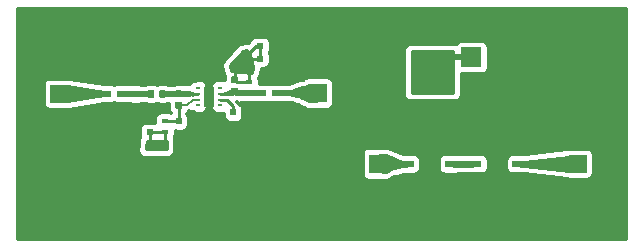
<source format=gtl>
G04 #@! TF.GenerationSoftware,KiCad,Pcbnew,(5.0.1)-4*
G04 #@! TF.CreationDate,2019-05-20T12:59:14-07:00*
G04 #@! TF.ProjectId,Tripler_circuit,547269706C65725F636972637569742E,rev?*
G04 #@! TF.SameCoordinates,Original*
G04 #@! TF.FileFunction,Copper,L1,Top,Signal*
G04 #@! TF.FilePolarity,Positive*
%FSLAX46Y46*%
G04 Gerber Fmt 4.6, Leading zero omitted, Abs format (unit mm)*
G04 Created by KiCad (PCBNEW (5.0.1)-4) date 5/20/2019 12:59:14 PM*
%MOMM*%
%LPD*%
G01*
G04 APERTURE LIST*
G04 #@! TA.AperFunction,ComponentPad*
%ADD10R,1.700000X1.700000*%
G04 #@! TD*
G04 #@! TA.AperFunction,ComponentPad*
%ADD11O,1.700000X1.700000*%
G04 #@! TD*
G04 #@! TA.AperFunction,ViaPad*
%ADD12C,0.350000*%
G04 #@! TD*
G04 #@! TA.AperFunction,SMDPad,CuDef*
%ADD13R,0.900000X1.700000*%
G04 #@! TD*
G04 #@! TA.AperFunction,SMDPad,CuDef*
%ADD14R,0.450000X0.250000*%
G04 #@! TD*
G04 #@! TA.AperFunction,SMDPad,CuDef*
%ADD15R,1.900000X1.900000*%
G04 #@! TD*
G04 #@! TA.AperFunction,SMDPad,CuDef*
%ADD16R,1.500000X1.500000*%
G04 #@! TD*
G04 #@! TA.AperFunction,SMDPad,CuDef*
%ADD17R,1.520000X1.650000*%
G04 #@! TD*
G04 #@! TA.AperFunction,ViaPad*
%ADD18C,0.600000*%
G04 #@! TD*
G04 #@! TA.AperFunction,SMDPad,CuDef*
%ADD19R,0.990000X0.610000*%
G04 #@! TD*
G04 #@! TA.AperFunction,SMDPad,CuDef*
%ADD20R,1.750000X0.990000*%
G04 #@! TD*
G04 #@! TA.AperFunction,ComponentPad*
%ADD21C,0.600000*%
G04 #@! TD*
G04 #@! TA.AperFunction,Conductor*
%ADD22C,0.200000*%
G04 #@! TD*
G04 #@! TA.AperFunction,SMDPad,CuDef*
%ADD23C,0.590000*%
G04 #@! TD*
G04 #@! TA.AperFunction,SMDPad,CuDef*
%ADD24R,0.600000X0.400000*%
G04 #@! TD*
G04 #@! TA.AperFunction,SMDPad,CuDef*
%ADD25R,0.600000X0.500000*%
G04 #@! TD*
G04 #@! TA.AperFunction,SMDPad,CuDef*
%ADD26R,0.500000X0.600000*%
G04 #@! TD*
G04 #@! TA.AperFunction,ViaPad*
%ADD27C,0.800000*%
G04 #@! TD*
G04 #@! TA.AperFunction,Conductor*
%ADD28C,0.522000*%
G04 #@! TD*
G04 #@! TA.AperFunction,Conductor*
%ADD29C,0.250000*%
G04 #@! TD*
G04 #@! TA.AperFunction,Conductor*
%ADD30C,0.500000*%
G04 #@! TD*
G04 #@! TA.AperFunction,Conductor*
%ADD31C,0.254000*%
G04 #@! TD*
G04 APERTURE END LIST*
D10*
G04 #@! TO.P,J1,1*
G04 #@! TO.N,+5V*
X138684000Y-86360000D03*
D11*
G04 #@! TO.P,J1,2*
G04 #@! TO.N,GND*
X141224000Y-86360000D03*
G04 #@! TD*
D12*
G04 #@! TO.N,GND*
G04 #@! TO.C,U2*
X116675000Y-89700000D03*
X116225000Y-89700000D03*
X116675000Y-90450000D03*
X116225000Y-90450000D03*
X116225000Y-90075000D03*
X116675000Y-90075000D03*
X116675000Y-89325000D03*
X116675000Y-88950000D03*
X116225000Y-89325000D03*
X116225000Y-88950000D03*
D13*
G04 #@! TD*
G04 #@! TO.P,U2,9*
G04 #@! TO.N,GND*
X116450000Y-89700000D03*
D14*
G04 #@! TO.P,U2,8*
G04 #@! TO.N,Net-(U2-Pad8)*
X117375000Y-88950000D03*
G04 #@! TO.P,U2,7*
G04 #@! TO.N,Net-(C8-Pad1)*
X117375000Y-89450000D03*
G04 #@! TO.P,U2,6*
G04 #@! TO.N,Net-(C4-Pad2)*
X117375000Y-89950000D03*
G04 #@! TO.P,U2,5*
G04 #@! TO.N,Net-(U2-Pad5)*
X117375000Y-90450000D03*
G04 #@! TO.P,U2,4*
G04 #@! TO.N,Net-(U2-Pad4)*
X115525000Y-90450000D03*
G04 #@! TO.P,U2,3*
G04 #@! TO.N,Net-(C3-Pad2)*
X115525000Y-89950000D03*
G04 #@! TO.P,U2,2*
G04 #@! TO.N,Net-(L1-Pad1)*
X115525000Y-89450000D03*
G04 #@! TO.P,U2,1*
G04 #@! TO.N,Net-(U2-Pad1)*
X115525000Y-88950000D03*
G04 #@! TD*
D15*
G04 #@! TO.P,CON1,2*
G04 #@! TO.N,GND*
X106125000Y-87075000D03*
X106125000Y-91825000D03*
X101375000Y-91825000D03*
X101375000Y-87075000D03*
D16*
G04 #@! TO.P,CON1,1*
G04 #@! TO.N,Net-(C1-Pad2)*
X103750000Y-89450000D03*
G04 #@! TD*
G04 #@! TO.P,CON2,1*
G04 #@! TO.N,Net-(CON2-Pad1)*
X147700000Y-95380000D03*
D15*
G04 #@! TO.P,CON2,2*
G04 #@! TO.N,GND*
X145325000Y-93005000D03*
X145325000Y-97755000D03*
X150075000Y-97755000D03*
X150075000Y-93005000D03*
G04 #@! TD*
D17*
G04 #@! TO.P,U1,1*
G04 #@! TO.N,/Amp_out*
X125685000Y-89405000D03*
G04 #@! TO.P,U1,2*
G04 #@! TO.N,GND*
X128225000Y-89405000D03*
G04 #@! TO.P,U1,3*
X130765000Y-89405000D03*
G04 #@! TO.P,U1,4*
G04 #@! TO.N,Net-(U1-Pad4)*
X130765000Y-95375000D03*
G04 #@! TO.P,U1,5*
G04 #@! TO.N,GND*
X128225000Y-95375000D03*
G04 #@! TO.P,U1,6*
X125685000Y-95375000D03*
D18*
G04 #@! TD*
G04 #@! TO.N,GND*
G04 #@! TO.C,U1*
X128225000Y-90890000D03*
G04 #@! TO.N,GND*
G04 #@! TO.C,U1*
X129495000Y-90890000D03*
X130765000Y-90890000D03*
X130765000Y-92390000D03*
X129495000Y-92390000D03*
X128225000Y-92390000D03*
X126955000Y-92390000D03*
X125685000Y-92390000D03*
X125685000Y-93890000D03*
X126955000Y-93890000D03*
X128225000Y-93890000D03*
G04 #@! TD*
D19*
G04 #@! TO.P,U3,1*
G04 #@! TO.N,Net-(U1-Pad4)*
X133315000Y-95380000D03*
D20*
G04 #@! TO.P,U3,2*
G04 #@! TO.N,GND*
X135130000Y-96395000D03*
D19*
G04 #@! TO.P,U3,3*
G04 #@! TO.N,Net-(U3-Pad3)*
X136945000Y-95380000D03*
D20*
G04 #@! TO.P,U3,4*
G04 #@! TO.N,GND*
X135130000Y-94365000D03*
D21*
G04 #@! TO.P,U3,2*
X134560000Y-96580000D03*
X135700000Y-96580000D03*
G04 #@! TO.P,U3,4*
X134560000Y-94180000D03*
X135700000Y-94180000D03*
G04 #@! TD*
G04 #@! TO.P,U5,4*
G04 #@! TO.N,GND*
X141420000Y-94170000D03*
X140280000Y-94170000D03*
G04 #@! TO.P,U5,2*
X141420000Y-96570000D03*
X140280000Y-96570000D03*
D20*
G04 #@! TO.P,U5,4*
X140850000Y-94355000D03*
D19*
G04 #@! TO.P,U5,3*
G04 #@! TO.N,Net-(CON2-Pad1)*
X142665000Y-95370000D03*
D20*
G04 #@! TO.P,U5,2*
G04 #@! TO.N,GND*
X140850000Y-96385000D03*
D19*
G04 #@! TO.P,U5,1*
G04 #@! TO.N,Net-(U3-Pad3)*
X139035000Y-95370000D03*
G04 #@! TD*
D22*
G04 #@! TO.N,Net-(L1-Pad1)*
G04 #@! TO.C,L1*
G36*
X112696958Y-89155710D02*
X112711276Y-89157834D01*
X112725317Y-89161351D01*
X112738946Y-89166228D01*
X112752031Y-89172417D01*
X112764447Y-89179858D01*
X112776073Y-89188481D01*
X112786798Y-89198202D01*
X112796519Y-89208927D01*
X112805142Y-89220553D01*
X112812583Y-89232969D01*
X112818772Y-89246054D01*
X112823649Y-89259683D01*
X112827166Y-89273724D01*
X112829290Y-89288042D01*
X112830000Y-89302500D01*
X112830000Y-89647500D01*
X112829290Y-89661958D01*
X112827166Y-89676276D01*
X112823649Y-89690317D01*
X112818772Y-89703946D01*
X112812583Y-89717031D01*
X112805142Y-89729447D01*
X112796519Y-89741073D01*
X112786798Y-89751798D01*
X112776073Y-89761519D01*
X112764447Y-89770142D01*
X112752031Y-89777583D01*
X112738946Y-89783772D01*
X112725317Y-89788649D01*
X112711276Y-89792166D01*
X112696958Y-89794290D01*
X112682500Y-89795000D01*
X112387500Y-89795000D01*
X112373042Y-89794290D01*
X112358724Y-89792166D01*
X112344683Y-89788649D01*
X112331054Y-89783772D01*
X112317969Y-89777583D01*
X112305553Y-89770142D01*
X112293927Y-89761519D01*
X112283202Y-89751798D01*
X112273481Y-89741073D01*
X112264858Y-89729447D01*
X112257417Y-89717031D01*
X112251228Y-89703946D01*
X112246351Y-89690317D01*
X112242834Y-89676276D01*
X112240710Y-89661958D01*
X112240000Y-89647500D01*
X112240000Y-89302500D01*
X112240710Y-89288042D01*
X112242834Y-89273724D01*
X112246351Y-89259683D01*
X112251228Y-89246054D01*
X112257417Y-89232969D01*
X112264858Y-89220553D01*
X112273481Y-89208927D01*
X112283202Y-89198202D01*
X112293927Y-89188481D01*
X112305553Y-89179858D01*
X112317969Y-89172417D01*
X112331054Y-89166228D01*
X112344683Y-89161351D01*
X112358724Y-89157834D01*
X112373042Y-89155710D01*
X112387500Y-89155000D01*
X112682500Y-89155000D01*
X112696958Y-89155710D01*
X112696958Y-89155710D01*
G37*
D23*
G04 #@! TD*
G04 #@! TO.P,L1,1*
G04 #@! TO.N,Net-(L1-Pad1)*
X112535000Y-89475000D03*
D22*
G04 #@! TO.N,Net-(C1-Pad1)*
G04 #@! TO.C,L1*
G36*
X111726958Y-89155710D02*
X111741276Y-89157834D01*
X111755317Y-89161351D01*
X111768946Y-89166228D01*
X111782031Y-89172417D01*
X111794447Y-89179858D01*
X111806073Y-89188481D01*
X111816798Y-89198202D01*
X111826519Y-89208927D01*
X111835142Y-89220553D01*
X111842583Y-89232969D01*
X111848772Y-89246054D01*
X111853649Y-89259683D01*
X111857166Y-89273724D01*
X111859290Y-89288042D01*
X111860000Y-89302500D01*
X111860000Y-89647500D01*
X111859290Y-89661958D01*
X111857166Y-89676276D01*
X111853649Y-89690317D01*
X111848772Y-89703946D01*
X111842583Y-89717031D01*
X111835142Y-89729447D01*
X111826519Y-89741073D01*
X111816798Y-89751798D01*
X111806073Y-89761519D01*
X111794447Y-89770142D01*
X111782031Y-89777583D01*
X111768946Y-89783772D01*
X111755317Y-89788649D01*
X111741276Y-89792166D01*
X111726958Y-89794290D01*
X111712500Y-89795000D01*
X111417500Y-89795000D01*
X111403042Y-89794290D01*
X111388724Y-89792166D01*
X111374683Y-89788649D01*
X111361054Y-89783772D01*
X111347969Y-89777583D01*
X111335553Y-89770142D01*
X111323927Y-89761519D01*
X111313202Y-89751798D01*
X111303481Y-89741073D01*
X111294858Y-89729447D01*
X111287417Y-89717031D01*
X111281228Y-89703946D01*
X111276351Y-89690317D01*
X111272834Y-89676276D01*
X111270710Y-89661958D01*
X111270000Y-89647500D01*
X111270000Y-89302500D01*
X111270710Y-89288042D01*
X111272834Y-89273724D01*
X111276351Y-89259683D01*
X111281228Y-89246054D01*
X111287417Y-89232969D01*
X111294858Y-89220553D01*
X111303481Y-89208927D01*
X111313202Y-89198202D01*
X111323927Y-89188481D01*
X111335553Y-89179858D01*
X111347969Y-89172417D01*
X111361054Y-89166228D01*
X111374683Y-89161351D01*
X111388724Y-89157834D01*
X111403042Y-89155710D01*
X111417500Y-89155000D01*
X111712500Y-89155000D01*
X111726958Y-89155710D01*
X111726958Y-89155710D01*
G37*
D23*
G04 #@! TD*
G04 #@! TO.P,L1,2*
G04 #@! TO.N,Net-(C1-Pad1)*
X111565000Y-89475000D03*
D24*
G04 #@! TO.P,R2,2*
G04 #@! TO.N,Net-(C8-Pad1)*
X119850000Y-89400000D03*
G04 #@! TO.P,R2,1*
G04 #@! TO.N,+5V*
X119850000Y-88500000D03*
G04 #@! TD*
G04 #@! TO.P,R3,1*
G04 #@! TO.N,/Amp_out*
X123250000Y-89400000D03*
G04 #@! TO.P,R3,2*
G04 #@! TO.N,GND*
X123250000Y-90300000D03*
G04 #@! TD*
D25*
G04 #@! TO.P,C1,1*
G04 #@! TO.N,Net-(C1-Pad1)*
X108925000Y-89450000D03*
G04 #@! TO.P,C1,2*
G04 #@! TO.N,Net-(C1-Pad2)*
X107925000Y-89450000D03*
G04 #@! TD*
D26*
G04 #@! TO.P,C2,2*
G04 #@! TO.N,Net-(C1-Pad1)*
X110275000Y-89475000D03*
G04 #@! TO.P,C2,1*
G04 #@! TO.N,GND*
X110275000Y-90475000D03*
G04 #@! TD*
G04 #@! TO.P,C3,2*
G04 #@! TO.N,Net-(C3-Pad2)*
X113900000Y-91750000D03*
G04 #@! TO.P,C3,1*
G04 #@! TO.N,GND*
X113900000Y-92750000D03*
G04 #@! TD*
G04 #@! TO.P,C4,2*
G04 #@! TO.N,Net-(C4-Pad2)*
X118525000Y-91025000D03*
G04 #@! TO.P,C4,1*
G04 #@! TO.N,GND*
X118525000Y-92025000D03*
G04 #@! TD*
D25*
G04 #@! TO.P,C5,1*
G04 #@! TO.N,+5V*
X111450000Y-92675000D03*
G04 #@! TO.P,C5,2*
G04 #@! TO.N,GND*
X110450000Y-92675000D03*
G04 #@! TD*
G04 #@! TO.P,C6,1*
G04 #@! TO.N,+5V*
X120800000Y-86475000D03*
G04 #@! TO.P,C6,2*
G04 #@! TO.N,GND*
X121800000Y-86475000D03*
G04 #@! TD*
G04 #@! TO.P,C7,2*
G04 #@! TO.N,GND*
X121800000Y-85400000D03*
G04 #@! TO.P,C7,1*
G04 #@! TO.N,+5V*
X120800000Y-85400000D03*
G04 #@! TD*
G04 #@! TO.P,C8,1*
G04 #@! TO.N,Net-(C8-Pad1)*
X121050000Y-89400000D03*
G04 #@! TO.P,C8,2*
G04 #@! TO.N,/Amp_out*
X122050000Y-89400000D03*
G04 #@! TD*
D22*
G04 #@! TO.N,Net-(L1-Pad1)*
G04 #@! TO.C,L2*
G36*
X114086958Y-89170710D02*
X114101276Y-89172834D01*
X114115317Y-89176351D01*
X114128946Y-89181228D01*
X114142031Y-89187417D01*
X114154447Y-89194858D01*
X114166073Y-89203481D01*
X114176798Y-89213202D01*
X114186519Y-89223927D01*
X114195142Y-89235553D01*
X114202583Y-89247969D01*
X114208772Y-89261054D01*
X114213649Y-89274683D01*
X114217166Y-89288724D01*
X114219290Y-89303042D01*
X114220000Y-89317500D01*
X114220000Y-89612500D01*
X114219290Y-89626958D01*
X114217166Y-89641276D01*
X114213649Y-89655317D01*
X114208772Y-89668946D01*
X114202583Y-89682031D01*
X114195142Y-89694447D01*
X114186519Y-89706073D01*
X114176798Y-89716798D01*
X114166073Y-89726519D01*
X114154447Y-89735142D01*
X114142031Y-89742583D01*
X114128946Y-89748772D01*
X114115317Y-89753649D01*
X114101276Y-89757166D01*
X114086958Y-89759290D01*
X114072500Y-89760000D01*
X113727500Y-89760000D01*
X113713042Y-89759290D01*
X113698724Y-89757166D01*
X113684683Y-89753649D01*
X113671054Y-89748772D01*
X113657969Y-89742583D01*
X113645553Y-89735142D01*
X113633927Y-89726519D01*
X113623202Y-89716798D01*
X113613481Y-89706073D01*
X113604858Y-89694447D01*
X113597417Y-89682031D01*
X113591228Y-89668946D01*
X113586351Y-89655317D01*
X113582834Y-89641276D01*
X113580710Y-89626958D01*
X113580000Y-89612500D01*
X113580000Y-89317500D01*
X113580710Y-89303042D01*
X113582834Y-89288724D01*
X113586351Y-89274683D01*
X113591228Y-89261054D01*
X113597417Y-89247969D01*
X113604858Y-89235553D01*
X113613481Y-89223927D01*
X113623202Y-89213202D01*
X113633927Y-89203481D01*
X113645553Y-89194858D01*
X113657969Y-89187417D01*
X113671054Y-89181228D01*
X113684683Y-89176351D01*
X113698724Y-89172834D01*
X113713042Y-89170710D01*
X113727500Y-89170000D01*
X114072500Y-89170000D01*
X114086958Y-89170710D01*
X114086958Y-89170710D01*
G37*
D23*
G04 #@! TD*
G04 #@! TO.P,L2,2*
G04 #@! TO.N,Net-(L1-Pad1)*
X113900000Y-89465000D03*
D22*
G04 #@! TO.N,Net-(C3-Pad2)*
G04 #@! TO.C,L2*
G36*
X114086958Y-90140710D02*
X114101276Y-90142834D01*
X114115317Y-90146351D01*
X114128946Y-90151228D01*
X114142031Y-90157417D01*
X114154447Y-90164858D01*
X114166073Y-90173481D01*
X114176798Y-90183202D01*
X114186519Y-90193927D01*
X114195142Y-90205553D01*
X114202583Y-90217969D01*
X114208772Y-90231054D01*
X114213649Y-90244683D01*
X114217166Y-90258724D01*
X114219290Y-90273042D01*
X114220000Y-90287500D01*
X114220000Y-90582500D01*
X114219290Y-90596958D01*
X114217166Y-90611276D01*
X114213649Y-90625317D01*
X114208772Y-90638946D01*
X114202583Y-90652031D01*
X114195142Y-90664447D01*
X114186519Y-90676073D01*
X114176798Y-90686798D01*
X114166073Y-90696519D01*
X114154447Y-90705142D01*
X114142031Y-90712583D01*
X114128946Y-90718772D01*
X114115317Y-90723649D01*
X114101276Y-90727166D01*
X114086958Y-90729290D01*
X114072500Y-90730000D01*
X113727500Y-90730000D01*
X113713042Y-90729290D01*
X113698724Y-90727166D01*
X113684683Y-90723649D01*
X113671054Y-90718772D01*
X113657969Y-90712583D01*
X113645553Y-90705142D01*
X113633927Y-90696519D01*
X113623202Y-90686798D01*
X113613481Y-90676073D01*
X113604858Y-90664447D01*
X113597417Y-90652031D01*
X113591228Y-90638946D01*
X113586351Y-90625317D01*
X113582834Y-90611276D01*
X113580710Y-90596958D01*
X113580000Y-90582500D01*
X113580000Y-90287500D01*
X113580710Y-90273042D01*
X113582834Y-90258724D01*
X113586351Y-90244683D01*
X113591228Y-90231054D01*
X113597417Y-90217969D01*
X113604858Y-90205553D01*
X113613481Y-90193927D01*
X113623202Y-90183202D01*
X113633927Y-90173481D01*
X113645553Y-90164858D01*
X113657969Y-90157417D01*
X113671054Y-90151228D01*
X113684683Y-90146351D01*
X113698724Y-90142834D01*
X113713042Y-90140710D01*
X113727500Y-90140000D01*
X114072500Y-90140000D01*
X114086958Y-90140710D01*
X114086958Y-90140710D01*
G37*
D23*
G04 #@! TD*
G04 #@! TO.P,L2,1*
G04 #@! TO.N,Net-(C3-Pad2)*
X113900000Y-90435000D03*
D22*
G04 #@! TO.N,Net-(C8-Pad1)*
G04 #@! TO.C,L3*
G36*
X118836958Y-88965710D02*
X118851276Y-88967834D01*
X118865317Y-88971351D01*
X118878946Y-88976228D01*
X118892031Y-88982417D01*
X118904447Y-88989858D01*
X118916073Y-88998481D01*
X118926798Y-89008202D01*
X118936519Y-89018927D01*
X118945142Y-89030553D01*
X118952583Y-89042969D01*
X118958772Y-89056054D01*
X118963649Y-89069683D01*
X118967166Y-89083724D01*
X118969290Y-89098042D01*
X118970000Y-89112500D01*
X118970000Y-89407500D01*
X118969290Y-89421958D01*
X118967166Y-89436276D01*
X118963649Y-89450317D01*
X118958772Y-89463946D01*
X118952583Y-89477031D01*
X118945142Y-89489447D01*
X118936519Y-89501073D01*
X118926798Y-89511798D01*
X118916073Y-89521519D01*
X118904447Y-89530142D01*
X118892031Y-89537583D01*
X118878946Y-89543772D01*
X118865317Y-89548649D01*
X118851276Y-89552166D01*
X118836958Y-89554290D01*
X118822500Y-89555000D01*
X118477500Y-89555000D01*
X118463042Y-89554290D01*
X118448724Y-89552166D01*
X118434683Y-89548649D01*
X118421054Y-89543772D01*
X118407969Y-89537583D01*
X118395553Y-89530142D01*
X118383927Y-89521519D01*
X118373202Y-89511798D01*
X118363481Y-89501073D01*
X118354858Y-89489447D01*
X118347417Y-89477031D01*
X118341228Y-89463946D01*
X118336351Y-89450317D01*
X118332834Y-89436276D01*
X118330710Y-89421958D01*
X118330000Y-89407500D01*
X118330000Y-89112500D01*
X118330710Y-89098042D01*
X118332834Y-89083724D01*
X118336351Y-89069683D01*
X118341228Y-89056054D01*
X118347417Y-89042969D01*
X118354858Y-89030553D01*
X118363481Y-89018927D01*
X118373202Y-89008202D01*
X118383927Y-88998481D01*
X118395553Y-88989858D01*
X118407969Y-88982417D01*
X118421054Y-88976228D01*
X118434683Y-88971351D01*
X118448724Y-88967834D01*
X118463042Y-88965710D01*
X118477500Y-88965000D01*
X118822500Y-88965000D01*
X118836958Y-88965710D01*
X118836958Y-88965710D01*
G37*
D23*
G04 #@! TD*
G04 #@! TO.P,L3,1*
G04 #@! TO.N,Net-(C8-Pad1)*
X118650000Y-89260000D03*
D22*
G04 #@! TO.N,+5V*
G04 #@! TO.C,L3*
G36*
X118836958Y-87995710D02*
X118851276Y-87997834D01*
X118865317Y-88001351D01*
X118878946Y-88006228D01*
X118892031Y-88012417D01*
X118904447Y-88019858D01*
X118916073Y-88028481D01*
X118926798Y-88038202D01*
X118936519Y-88048927D01*
X118945142Y-88060553D01*
X118952583Y-88072969D01*
X118958772Y-88086054D01*
X118963649Y-88099683D01*
X118967166Y-88113724D01*
X118969290Y-88128042D01*
X118970000Y-88142500D01*
X118970000Y-88437500D01*
X118969290Y-88451958D01*
X118967166Y-88466276D01*
X118963649Y-88480317D01*
X118958772Y-88493946D01*
X118952583Y-88507031D01*
X118945142Y-88519447D01*
X118936519Y-88531073D01*
X118926798Y-88541798D01*
X118916073Y-88551519D01*
X118904447Y-88560142D01*
X118892031Y-88567583D01*
X118878946Y-88573772D01*
X118865317Y-88578649D01*
X118851276Y-88582166D01*
X118836958Y-88584290D01*
X118822500Y-88585000D01*
X118477500Y-88585000D01*
X118463042Y-88584290D01*
X118448724Y-88582166D01*
X118434683Y-88578649D01*
X118421054Y-88573772D01*
X118407969Y-88567583D01*
X118395553Y-88560142D01*
X118383927Y-88551519D01*
X118373202Y-88541798D01*
X118363481Y-88531073D01*
X118354858Y-88519447D01*
X118347417Y-88507031D01*
X118341228Y-88493946D01*
X118336351Y-88480317D01*
X118332834Y-88466276D01*
X118330710Y-88451958D01*
X118330000Y-88437500D01*
X118330000Y-88142500D01*
X118330710Y-88128042D01*
X118332834Y-88113724D01*
X118336351Y-88099683D01*
X118341228Y-88086054D01*
X118347417Y-88072969D01*
X118354858Y-88060553D01*
X118363481Y-88048927D01*
X118373202Y-88038202D01*
X118383927Y-88028481D01*
X118395553Y-88019858D01*
X118407969Y-88012417D01*
X118421054Y-88006228D01*
X118434683Y-88001351D01*
X118448724Y-87997834D01*
X118463042Y-87995710D01*
X118477500Y-87995000D01*
X118822500Y-87995000D01*
X118836958Y-87995710D01*
X118836958Y-87995710D01*
G37*
D23*
G04 #@! TD*
G04 #@! TO.P,L3,2*
G04 #@! TO.N,+5V*
X118650000Y-88290000D03*
D24*
G04 #@! TO.P,R1,2*
G04 #@! TO.N,+5V*
X112725000Y-92675000D03*
G04 #@! TO.P,R1,1*
G04 #@! TO.N,Net-(C3-Pad2)*
X112725000Y-91775000D03*
G04 #@! TD*
D27*
G04 #@! TO.N,+5V*
X136800000Y-86375000D03*
X135400000Y-86375000D03*
X135400000Y-87650000D03*
X136800000Y-87650000D03*
X136775000Y-89050000D03*
X135425000Y-89050000D03*
X134025000Y-89050000D03*
X134025000Y-87750000D03*
X134025000Y-86425000D03*
X111450000Y-93825000D03*
X112600000Y-93875000D03*
X119800000Y-87425000D03*
X118650000Y-87125000D03*
X119600000Y-86250000D03*
G04 #@! TO.N,GND*
X147600000Y-93050000D03*
X150100000Y-95450000D03*
X147625000Y-97675000D03*
X141900000Y-88975000D03*
X143175000Y-89000000D03*
X144475000Y-89050000D03*
X144500000Y-87750000D03*
X143225000Y-87700000D03*
X143225000Y-86375000D03*
X144525000Y-86400000D03*
X143825000Y-91350000D03*
X145150000Y-91275000D03*
X146500000Y-91325000D03*
X147875000Y-91350000D03*
X149200000Y-91300000D03*
X150575000Y-91300000D03*
X144175000Y-99400000D03*
X145200000Y-99450000D03*
X146475000Y-99475000D03*
X147925000Y-99475000D03*
X149250000Y-99500000D03*
X150600000Y-99475000D03*
X143625000Y-97950000D03*
X143600000Y-92975000D03*
X103675000Y-87075000D03*
X101375000Y-89450000D03*
X103650000Y-91775000D03*
X101375000Y-93650000D03*
X102650000Y-93650000D03*
X103900000Y-93675000D03*
X105175000Y-93675000D03*
X106350000Y-93725000D03*
X107625000Y-93750000D03*
X109000000Y-93200000D03*
X101375000Y-85200000D03*
X102775000Y-85200000D03*
X103950000Y-85200000D03*
X105175000Y-85200000D03*
X106350000Y-85200000D03*
X107500000Y-85450000D03*
X107500000Y-85450000D03*
D12*
X107625000Y-90575000D03*
X108100000Y-90575000D03*
X108625000Y-90575000D03*
X109175000Y-90575000D03*
X109475000Y-91075000D03*
X110075000Y-91325000D03*
X110675000Y-91350000D03*
X111150000Y-90975000D03*
X111525000Y-90600000D03*
X112150000Y-90625000D03*
X112800000Y-90625000D03*
X107700000Y-88425000D03*
X108300000Y-88425000D03*
X108975000Y-88425000D03*
X109625000Y-88425000D03*
X110250000Y-88425000D03*
X110900000Y-88425000D03*
X111525000Y-88425000D03*
X112200000Y-88425000D03*
X112825000Y-88425000D03*
X113525000Y-88425000D03*
X114225000Y-88425000D03*
X114850000Y-88350000D03*
X115475000Y-88125000D03*
X116075000Y-88125000D03*
X116675000Y-88125000D03*
X117350000Y-88150000D03*
X114775000Y-92650000D03*
X114775000Y-92075000D03*
X114775000Y-91500000D03*
X114775000Y-90900000D03*
X115400000Y-91200000D03*
X115975000Y-91225000D03*
X116600000Y-91225000D03*
X117175000Y-91225000D03*
X117750000Y-91275000D03*
X117750000Y-91950000D03*
X117750000Y-92450000D03*
X122325000Y-90350000D03*
X121775000Y-90350000D03*
X121150000Y-90375000D03*
X120525000Y-90375000D03*
X119925000Y-90400000D03*
X119325000Y-90400000D03*
X118850498Y-90124502D03*
X119325000Y-92025000D03*
X119325000Y-91250000D03*
X121250000Y-87350000D03*
X120950000Y-88325000D03*
X121750000Y-88325000D03*
X122400000Y-88325000D03*
X123075000Y-88300000D03*
X123900000Y-88275000D03*
X124625000Y-88050000D03*
X125300000Y-88025000D03*
X125975000Y-88025000D03*
X126700000Y-88050000D03*
X126700000Y-88050000D03*
X133625000Y-96400000D03*
X132750000Y-96400000D03*
X131950000Y-96625000D03*
X131000000Y-96900000D03*
X130250000Y-96900000D03*
X133625000Y-94300000D03*
X132725000Y-94225000D03*
X132025000Y-93975000D03*
X136725000Y-94250000D03*
X137450000Y-94300000D03*
X138125000Y-94325000D03*
X138825000Y-94350000D03*
X139475000Y-94125000D03*
X142325000Y-94275000D03*
X142975000Y-94400000D03*
X143825000Y-94425000D03*
X136700000Y-96425000D03*
X137375000Y-96425000D03*
X138100000Y-96450000D03*
X138825000Y-96450000D03*
X139475000Y-96675000D03*
X142400000Y-96450000D03*
X143100000Y-96375000D03*
X143925000Y-96300000D03*
X124075000Y-90425000D03*
X124575000Y-90850000D03*
D27*
X128225000Y-87625000D03*
X129600000Y-87650000D03*
X130900000Y-87675000D03*
X125675000Y-97175000D03*
X126975000Y-97200000D03*
X128350000Y-97225000D03*
X123600000Y-95375000D03*
X123550000Y-94025000D03*
X132675000Y-89850000D03*
X132675000Y-91350000D03*
X132725000Y-92675000D03*
X120600000Y-95725000D03*
X116775000Y-95775000D03*
X112150000Y-95850000D03*
X107050000Y-95825000D03*
X102525000Y-95800000D03*
X120650000Y-99600000D03*
X117000000Y-99600000D03*
X125025000Y-99550000D03*
X128575000Y-99650000D03*
X132225000Y-99700000D03*
X136275000Y-99800000D03*
X140425000Y-99850000D03*
X135125000Y-91350000D03*
X138075000Y-91500000D03*
X141200000Y-91525000D03*
X147900000Y-89125000D03*
X147875000Y-86675000D03*
X147800000Y-83725000D03*
X128425000Y-84225000D03*
X130825000Y-84325000D03*
X124900000Y-84325000D03*
X121775000Y-84225000D03*
X118375000Y-84250000D03*
X114450000Y-84250000D03*
X111250000Y-84300000D03*
G04 #@! TD*
D28*
G04 #@! TO.N,Net-(C1-Pad1)*
X110250000Y-89450000D02*
X110275000Y-89475000D01*
X108925000Y-89450000D02*
X110250000Y-89450000D01*
X110275000Y-89475000D02*
X111565000Y-89475000D01*
G04 #@! TO.N,Net-(C1-Pad2)*
X103750000Y-89450000D02*
X107925000Y-89450000D01*
D29*
G04 #@! TO.N,+5V*
X135400000Y-86375000D02*
X135400000Y-87650000D01*
X136800000Y-87650000D02*
X136800000Y-89025000D01*
X136800000Y-89025000D02*
X136775000Y-89050000D01*
X135425000Y-89050000D02*
X134025000Y-89050000D01*
X134025000Y-87750000D02*
X134025000Y-86425000D01*
X112725000Y-92675000D02*
X111450000Y-92675000D01*
X111450000Y-92675000D02*
X111450000Y-93825000D01*
X112725000Y-93750000D02*
X112600000Y-93875000D01*
X112725000Y-92675000D02*
X112725000Y-93750000D01*
X118860000Y-88500000D02*
X118650000Y-88290000D01*
X119850000Y-88500000D02*
X118860000Y-88500000D01*
X119850000Y-88500000D02*
X119850000Y-87475000D01*
X119850000Y-87475000D02*
X119800000Y-87425000D01*
X118650000Y-87125000D02*
X118725000Y-87125000D01*
X118725000Y-87125000D02*
X119600000Y-86250000D01*
X118650000Y-88290000D02*
X118650000Y-87125000D01*
X119825000Y-86475000D02*
X119600000Y-86250000D01*
X120800000Y-86475000D02*
X119825000Y-86475000D01*
X120450000Y-85400000D02*
X119600000Y-86250000D01*
X120800000Y-85400000D02*
X120450000Y-85400000D01*
X120800000Y-86475000D02*
X120800000Y-85400000D01*
D30*
X136815000Y-86360000D02*
X136800000Y-86375000D01*
X138684000Y-86360000D02*
X136815000Y-86360000D01*
D29*
G04 #@! TO.N,GND*
X145325000Y-93005000D02*
X147555000Y-93005000D01*
X147555000Y-93005000D02*
X147600000Y-93050000D01*
X147645000Y-93005000D02*
X147600000Y-93050000D01*
X150075000Y-93005000D02*
X147645000Y-93005000D01*
X150075000Y-97755000D02*
X150075000Y-95475000D01*
X150075000Y-95475000D02*
X150100000Y-95450000D01*
X150075000Y-95425000D02*
X150100000Y-95450000D01*
X150075000Y-93005000D02*
X150075000Y-95425000D01*
X150075000Y-97755000D02*
X147705000Y-97755000D01*
X147705000Y-97755000D02*
X147625000Y-97675000D01*
X147545000Y-97755000D02*
X147625000Y-97675000D01*
X145325000Y-97755000D02*
X147545000Y-97755000D01*
X141900000Y-88975000D02*
X143150000Y-88975000D01*
X143150000Y-88975000D02*
X143175000Y-89000000D01*
X144475000Y-89050000D02*
X144475000Y-87775000D01*
X144475000Y-87775000D02*
X144500000Y-87750000D01*
X143225000Y-87700000D02*
X143225000Y-86375000D01*
X144870000Y-91350000D02*
X143825000Y-91350000D01*
X145325000Y-93005000D02*
X145325000Y-91805000D01*
X145325000Y-91805000D02*
X144870000Y-91350000D01*
X145150000Y-91275000D02*
X146450000Y-91275000D01*
X146450000Y-91275000D02*
X146500000Y-91325000D01*
X147875000Y-91350000D02*
X149150000Y-91350000D01*
X149150000Y-91350000D02*
X149200000Y-91300000D01*
X150075000Y-91800000D02*
X150575000Y-91300000D01*
X150075000Y-93005000D02*
X150075000Y-91800000D01*
X144880000Y-99400000D02*
X144175000Y-99400000D01*
X145325000Y-97755000D02*
X145325000Y-98955000D01*
X145325000Y-98955000D02*
X144880000Y-99400000D01*
X145200000Y-99450000D02*
X146450000Y-99450000D01*
X146450000Y-99450000D02*
X146475000Y-99475000D01*
X147925000Y-99475000D02*
X149225000Y-99475000D01*
X149225000Y-99475000D02*
X149250000Y-99500000D01*
X150600000Y-98280000D02*
X150075000Y-97755000D01*
X150600000Y-99475000D02*
X150600000Y-98280000D01*
X144175000Y-99400000D02*
X144175000Y-98500000D01*
X144175000Y-98500000D02*
X143625000Y-97950000D01*
X101375000Y-87075000D02*
X103675000Y-87075000D01*
X106125000Y-87075000D02*
X103675000Y-87075000D01*
X101375000Y-87075000D02*
X101375000Y-89450000D01*
X101375000Y-91825000D02*
X101375000Y-89450000D01*
X101375000Y-91825000D02*
X103600000Y-91825000D01*
X103600000Y-91825000D02*
X103650000Y-91775000D01*
X103700000Y-91825000D02*
X103650000Y-91775000D01*
X106125000Y-91825000D02*
X103700000Y-91825000D01*
X101375000Y-91825000D02*
X101375000Y-93650000D01*
X102650000Y-93650000D02*
X103875000Y-93650000D01*
X103875000Y-93650000D02*
X103900000Y-93675000D01*
X105175000Y-93675000D02*
X106300000Y-93675000D01*
X106300000Y-93675000D02*
X106350000Y-93725000D01*
X107625000Y-93750000D02*
X108450000Y-93750000D01*
X108450000Y-93750000D02*
X109000000Y-93200000D01*
X109525000Y-92675000D02*
X109000000Y-93200000D01*
X110450000Y-92675000D02*
X109525000Y-92675000D01*
X101375000Y-87075000D02*
X101375000Y-85200000D01*
X102775000Y-85200000D02*
X103950000Y-85200000D01*
X105175000Y-85200000D02*
X106350000Y-85200000D01*
X107625000Y-91525000D02*
X107625000Y-90575000D01*
X106125000Y-91825000D02*
X107325000Y-91825000D01*
X107325000Y-91825000D02*
X107625000Y-91525000D01*
X108100000Y-90575000D02*
X108625000Y-90575000D01*
X109175000Y-90575000D02*
X109175000Y-90775000D01*
X109175000Y-90775000D02*
X109475000Y-91075000D01*
X110075000Y-91325000D02*
X110650000Y-91325000D01*
X110650000Y-91325000D02*
X110675000Y-91350000D01*
X111150000Y-90975000D02*
X111525000Y-90600000D01*
X112150000Y-90625000D02*
X112800000Y-90625000D01*
X110275000Y-91125000D02*
X110075000Y-91325000D01*
X110275000Y-90475000D02*
X110275000Y-91125000D01*
X106275000Y-88425000D02*
X107700000Y-88425000D01*
X106125000Y-87075000D02*
X106125000Y-88275000D01*
X106125000Y-88275000D02*
X106275000Y-88425000D01*
X108300000Y-88425000D02*
X108975000Y-88425000D01*
X109625000Y-88425000D02*
X110250000Y-88425000D01*
X110900000Y-88425000D02*
X111525000Y-88425000D01*
X112200000Y-88425000D02*
X112825000Y-88425000D01*
X113525000Y-88425000D02*
X114225000Y-88425000D01*
X114850000Y-88350000D02*
X115250000Y-88350000D01*
X115250000Y-88350000D02*
X115475000Y-88125000D01*
X116075000Y-88125000D02*
X116675000Y-88125000D01*
X116450000Y-88350000D02*
X116675000Y-88125000D01*
X116450000Y-89700000D02*
X116450000Y-88350000D01*
X113900000Y-92750000D02*
X114675000Y-92750000D01*
X114675000Y-92750000D02*
X114775000Y-92650000D01*
X114775000Y-92075000D02*
X114775000Y-91500000D01*
X114775000Y-90900000D02*
X115100000Y-90900000D01*
X115100000Y-90900000D02*
X115400000Y-91200000D01*
X115975000Y-91225000D02*
X116600000Y-91225000D01*
X117175000Y-91225000D02*
X117700000Y-91225000D01*
X117700000Y-91225000D02*
X117750000Y-91275000D01*
X117750000Y-91950000D02*
X117750000Y-92450000D01*
X117825000Y-92025000D02*
X117750000Y-91950000D01*
X118525000Y-92025000D02*
X117825000Y-92025000D01*
X123250000Y-90300000D02*
X122375000Y-90300000D01*
X122375000Y-90300000D02*
X122325000Y-90350000D01*
X121775000Y-90350000D02*
X121175000Y-90350000D01*
X121175000Y-90350000D02*
X121150000Y-90375000D01*
X120525000Y-90375000D02*
X119950000Y-90375000D01*
X119950000Y-90375000D02*
X119925000Y-90400000D01*
X119325000Y-90400000D02*
X119125996Y-90400000D01*
X119125996Y-90400000D02*
X118850498Y-90124502D01*
X118525000Y-92025000D02*
X119325000Y-92025000D01*
X119325000Y-91250000D02*
X119325000Y-90400000D01*
X121800000Y-86475000D02*
X121800000Y-86800000D01*
X121800000Y-86800000D02*
X121250000Y-87350000D01*
X120950000Y-88325000D02*
X121750000Y-88325000D01*
X122400000Y-88325000D02*
X123050000Y-88325000D01*
X123050000Y-88325000D02*
X123075000Y-88300000D01*
X123900000Y-88275000D02*
X124400000Y-88275000D01*
X124400000Y-88275000D02*
X124625000Y-88050000D01*
X125300000Y-88025000D02*
X125975000Y-88025000D01*
X135130000Y-96395000D02*
X133630000Y-96395000D01*
X133630000Y-96395000D02*
X133625000Y-96400000D01*
X132750000Y-96400000D02*
X132175000Y-96400000D01*
X132175000Y-96400000D02*
X131950000Y-96625000D01*
X131000000Y-96900000D02*
X130250000Y-96900000D01*
X133625000Y-94300000D02*
X132800000Y-94300000D01*
X132800000Y-94300000D02*
X132725000Y-94225000D01*
X135130000Y-94365000D02*
X136610000Y-94365000D01*
X136610000Y-94365000D02*
X136725000Y-94250000D01*
X137450000Y-94300000D02*
X138100000Y-94300000D01*
X138100000Y-94300000D02*
X138125000Y-94325000D01*
X138825000Y-94350000D02*
X139250000Y-94350000D01*
X139250000Y-94350000D02*
X139475000Y-94125000D01*
X142325000Y-94275000D02*
X142850000Y-94275000D01*
X142850000Y-94275000D02*
X142975000Y-94400000D01*
X135130000Y-96395000D02*
X136670000Y-96395000D01*
X136670000Y-96395000D02*
X136700000Y-96425000D01*
X137375000Y-96425000D02*
X138075000Y-96425000D01*
X138075000Y-96425000D02*
X138100000Y-96450000D01*
X138825000Y-96450000D02*
X139250000Y-96450000D01*
X139250000Y-96450000D02*
X139475000Y-96675000D01*
X142400000Y-96450000D02*
X143025000Y-96450000D01*
X143025000Y-96450000D02*
X143100000Y-96375000D01*
X123250000Y-90300000D02*
X123950000Y-90300000D01*
X123950000Y-90300000D02*
X124075000Y-90425000D01*
X128225000Y-89405000D02*
X128225000Y-87625000D01*
X129600000Y-87650000D02*
X130875000Y-87650000D01*
X130875000Y-87650000D02*
X130900000Y-87675000D01*
X130765000Y-87810000D02*
X130900000Y-87675000D01*
X130765000Y-89405000D02*
X130765000Y-87810000D01*
X125685000Y-95375000D02*
X125685000Y-97165000D01*
X125685000Y-97165000D02*
X125675000Y-97175000D01*
X126975000Y-97200000D02*
X128325000Y-97200000D01*
X128325000Y-97200000D02*
X128350000Y-97225000D01*
X128225000Y-97100000D02*
X128350000Y-97225000D01*
X128225000Y-95375000D02*
X128225000Y-97100000D01*
X125685000Y-95375000D02*
X123600000Y-95375000D01*
X130765000Y-89405000D02*
X132230000Y-89405000D01*
X132230000Y-89405000D02*
X132675000Y-89850000D01*
X132675000Y-91350000D02*
X132675000Y-92625000D01*
X132675000Y-92625000D02*
X132725000Y-92675000D01*
X120600000Y-95725000D02*
X116825000Y-95725000D01*
X116825000Y-95725000D02*
X116775000Y-95775000D01*
X112150000Y-95850000D02*
X107075000Y-95850000D01*
X107075000Y-95850000D02*
X107050000Y-95825000D01*
X125675000Y-97175000D02*
X123075000Y-97175000D01*
X123075000Y-97175000D02*
X120650000Y-99600000D01*
X120650000Y-99600000D02*
X124975000Y-99600000D01*
X124975000Y-99600000D02*
X125025000Y-99550000D01*
X128575000Y-99650000D02*
X132175000Y-99650000D01*
X132175000Y-99650000D02*
X132225000Y-99700000D01*
X136275000Y-99800000D02*
X140375000Y-99800000D01*
X140375000Y-99800000D02*
X140425000Y-99850000D01*
X135125000Y-91350000D02*
X137925000Y-91350000D01*
X137925000Y-91350000D02*
X138075000Y-91500000D01*
X147875000Y-91350000D02*
X147875000Y-89150000D01*
X147875000Y-89150000D02*
X147900000Y-89125000D01*
X147875000Y-86675000D02*
X147875000Y-83800000D01*
X147875000Y-83800000D02*
X147800000Y-83725000D01*
X128425000Y-84225000D02*
X130725000Y-84225000D01*
X130725000Y-84225000D02*
X130825000Y-84325000D01*
X124900000Y-84325000D02*
X121875000Y-84325000D01*
X121875000Y-84325000D02*
X121775000Y-84225000D01*
X121800000Y-84250000D02*
X121775000Y-84225000D01*
X121800000Y-85400000D02*
X121800000Y-84250000D01*
X121775000Y-84225000D02*
X118400000Y-84225000D01*
X118400000Y-84225000D02*
X118375000Y-84250000D01*
X114450000Y-84250000D02*
X111300000Y-84250000D01*
X111300000Y-84250000D02*
X111250000Y-84300000D01*
X132215000Y-90890000D02*
X132675000Y-91350000D01*
X130765000Y-90890000D02*
X132215000Y-90890000D01*
X143210000Y-86360000D02*
X143225000Y-86375000D01*
X141224000Y-86360000D02*
X143210000Y-86360000D01*
D28*
G04 #@! TO.N,Net-(CON2-Pad1)*
X147690000Y-95370000D02*
X147700000Y-95380000D01*
X142665000Y-95370000D02*
X147690000Y-95370000D01*
G04 #@! TO.N,Net-(U1-Pad4)*
X133310000Y-95375000D02*
X133315000Y-95380000D01*
X130765000Y-95375000D02*
X133310000Y-95375000D01*
G04 #@! TO.N,Net-(U3-Pad3)*
X139025000Y-95380000D02*
X139035000Y-95370000D01*
X136945000Y-95380000D02*
X139025000Y-95380000D01*
G04 #@! TO.N,/Amp_out*
X123255000Y-89405000D02*
X123250000Y-89400000D01*
X125685000Y-89405000D02*
X123255000Y-89405000D01*
X123250000Y-89400000D02*
X122050000Y-89400000D01*
D22*
G04 #@! TO.N,Net-(C3-Pad2)*
X114320000Y-90435000D02*
X113900000Y-90435000D01*
X114615000Y-90435000D02*
X114320000Y-90435000D01*
X115100000Y-89950000D02*
X114615000Y-90435000D01*
X115525000Y-89950000D02*
X115100000Y-89950000D01*
D29*
X113900000Y-90435000D02*
X113900000Y-91750000D01*
X112750000Y-91750000D02*
X112725000Y-91775000D01*
X113900000Y-91750000D02*
X112750000Y-91750000D01*
G04 #@! TO.N,Net-(C4-Pad2)*
X118525000Y-90475000D02*
X118525000Y-91025000D01*
X118000000Y-89950000D02*
X118525000Y-90475000D01*
X117375000Y-89950000D02*
X118000000Y-89950000D01*
G04 #@! TO.N,Net-(C8-Pad1)*
X118460000Y-89450000D02*
X118650000Y-89260000D01*
X117375000Y-89450000D02*
X118460000Y-89450000D01*
D28*
X121050000Y-89400000D02*
X119850000Y-89400000D01*
X118790000Y-89400000D02*
X118650000Y-89260000D01*
X119850000Y-89400000D02*
X118790000Y-89400000D01*
G04 #@! TO.N,Net-(L1-Pad1)*
X113890000Y-89475000D02*
X113900000Y-89465000D01*
X112535000Y-89475000D02*
X113890000Y-89475000D01*
X114335000Y-89450000D02*
X114875000Y-89450000D01*
X114320000Y-89465000D02*
X114335000Y-89450000D01*
X113900000Y-89465000D02*
X114320000Y-89465000D01*
D29*
X115525000Y-89450000D02*
X114875000Y-89450000D01*
G04 #@! TD*
D31*
G04 #@! TO.N,GND*
G36*
X151765000Y-101727000D02*
X100203000Y-101727000D01*
X100203000Y-88700000D01*
X102468794Y-88700000D01*
X102468794Y-90200000D01*
X102509230Y-90403284D01*
X102624381Y-90575619D01*
X102796716Y-90690770D01*
X103000000Y-90731206D01*
X104500000Y-90731206D01*
X104592292Y-90712848D01*
X107573549Y-90232000D01*
X108002019Y-90232000D01*
X108006011Y-90231206D01*
X108225000Y-90231206D01*
X108425000Y-90191423D01*
X108625000Y-90231206D01*
X108843989Y-90231206D01*
X108847981Y-90232000D01*
X109771176Y-90232000D01*
X109821716Y-90265770D01*
X110025000Y-90306206D01*
X110525000Y-90306206D01*
X110728284Y-90265770D01*
X110741409Y-90257000D01*
X111131515Y-90257000D01*
X111157770Y-90274543D01*
X111417500Y-90326206D01*
X111712500Y-90326206D01*
X111972230Y-90274543D01*
X112050000Y-90222579D01*
X112127770Y-90274543D01*
X112387500Y-90326206D01*
X112682500Y-90326206D01*
X112942230Y-90274543D01*
X112968485Y-90257000D01*
X113054861Y-90257000D01*
X113048794Y-90287500D01*
X113048794Y-90582500D01*
X113100457Y-90842230D01*
X113247582Y-91062418D01*
X113254000Y-91066707D01*
X113254001Y-91101413D01*
X113228284Y-91084230D01*
X113025000Y-91043794D01*
X112425000Y-91043794D01*
X112221716Y-91084230D01*
X112049381Y-91199381D01*
X111934230Y-91371716D01*
X111893794Y-91575000D01*
X111893794Y-91922397D01*
X111750000Y-91893794D01*
X111150000Y-91893794D01*
X110946716Y-91934230D01*
X110774381Y-92049381D01*
X110659230Y-92221716D01*
X110618794Y-92425000D01*
X110618794Y-92925000D01*
X110638273Y-93022927D01*
X110596583Y-93079774D01*
X110548248Y-93277228D01*
X110532687Y-93632900D01*
X110529000Y-93641802D01*
X110529000Y-93717182D01*
X110504498Y-94277228D01*
X110543659Y-94499378D01*
X110656597Y-94668403D01*
X110825622Y-94781341D01*
X111025000Y-94821000D01*
X113012500Y-94821000D01*
X113202341Y-94785182D01*
X113373561Y-94675601D01*
X113461118Y-94550000D01*
X129473794Y-94550000D01*
X129473794Y-96200000D01*
X129514230Y-96403284D01*
X129629381Y-96575619D01*
X129801716Y-96690770D01*
X130005000Y-96731206D01*
X131525000Y-96731206D01*
X131728284Y-96690770D01*
X131883205Y-96587255D01*
X132866484Y-96216206D01*
X133810000Y-96216206D01*
X134013284Y-96175770D01*
X134185619Y-96060619D01*
X134300770Y-95888284D01*
X134341206Y-95685000D01*
X134341206Y-95075000D01*
X135918794Y-95075000D01*
X135918794Y-95685000D01*
X135959230Y-95888284D01*
X136074381Y-96060619D01*
X136246716Y-96175770D01*
X136450000Y-96216206D01*
X137440000Y-96216206D01*
X137541582Y-96196000D01*
X138488691Y-96196000D01*
X138540000Y-96206206D01*
X139530000Y-96206206D01*
X139733284Y-96165770D01*
X139905619Y-96050619D01*
X140020770Y-95878284D01*
X140061206Y-95675000D01*
X140061206Y-95065000D01*
X141638794Y-95065000D01*
X141638794Y-95675000D01*
X141679230Y-95878284D01*
X141794381Y-96050619D01*
X141966716Y-96165770D01*
X142170000Y-96206206D01*
X143160000Y-96206206D01*
X143176958Y-96202833D01*
X146806317Y-96632625D01*
X146950000Y-96661206D01*
X148450000Y-96661206D01*
X148653284Y-96620770D01*
X148825619Y-96505619D01*
X148940770Y-96333284D01*
X148981206Y-96130000D01*
X148981206Y-94630000D01*
X148940770Y-94426716D01*
X148825619Y-94254381D01*
X148653284Y-94139230D01*
X148450000Y-94098794D01*
X146950000Y-94098794D01*
X146746716Y-94139230D01*
X146725302Y-94153538D01*
X143211251Y-94543989D01*
X143160000Y-94533794D01*
X142170000Y-94533794D01*
X141966716Y-94574230D01*
X141794381Y-94689381D01*
X141679230Y-94861716D01*
X141638794Y-95065000D01*
X140061206Y-95065000D01*
X140020770Y-94861716D01*
X139905619Y-94689381D01*
X139733284Y-94574230D01*
X139530000Y-94533794D01*
X138540000Y-94533794D01*
X138438418Y-94554000D01*
X137491309Y-94554000D01*
X137440000Y-94543794D01*
X136450000Y-94543794D01*
X136246716Y-94584230D01*
X136074381Y-94699381D01*
X135959230Y-94871716D01*
X135918794Y-95075000D01*
X134341206Y-95075000D01*
X134300770Y-94871716D01*
X134185619Y-94699381D01*
X134013284Y-94584230D01*
X133810000Y-94543794D01*
X132887320Y-94543794D01*
X131806401Y-94111427D01*
X131728284Y-94059230D01*
X131525000Y-94018794D01*
X130005000Y-94018794D01*
X129801716Y-94059230D01*
X129629381Y-94174381D01*
X129514230Y-94346716D01*
X129473794Y-94550000D01*
X113461118Y-94550000D01*
X113489813Y-94508838D01*
X113533399Y-94310281D01*
X113552149Y-93360281D01*
X113517513Y-93162946D01*
X113489169Y-93118094D01*
X113515770Y-93078284D01*
X113556206Y-92875000D01*
X113556206Y-92562549D01*
X113650000Y-92581206D01*
X114150000Y-92581206D01*
X114353284Y-92540770D01*
X114525619Y-92425619D01*
X114640770Y-92253284D01*
X114681206Y-92050000D01*
X114681206Y-91450000D01*
X114640770Y-91246716D01*
X114546000Y-91104883D01*
X114546000Y-91066706D01*
X114552418Y-91062418D01*
X114556370Y-91056503D01*
X114615000Y-91068166D01*
X114676161Y-91056000D01*
X114676162Y-91056000D01*
X114857302Y-91019969D01*
X114942736Y-90962884D01*
X115096716Y-91065770D01*
X115300000Y-91106206D01*
X115750000Y-91106206D01*
X115953284Y-91065770D01*
X116125619Y-90950619D01*
X116240770Y-90778284D01*
X116281206Y-90575000D01*
X116281206Y-90325000D01*
X116256342Y-90200000D01*
X116281206Y-90075000D01*
X116281206Y-89825000D01*
X116256342Y-89700000D01*
X116281206Y-89575000D01*
X116281206Y-89325000D01*
X116256342Y-89200000D01*
X116281206Y-89075000D01*
X116281206Y-88825000D01*
X116618794Y-88825000D01*
X116618794Y-89075000D01*
X116643658Y-89200000D01*
X116618794Y-89325000D01*
X116618794Y-89575000D01*
X116643658Y-89700000D01*
X116618794Y-89825000D01*
X116618794Y-90075000D01*
X116643658Y-90200000D01*
X116618794Y-90325000D01*
X116618794Y-90575000D01*
X116659230Y-90778284D01*
X116774381Y-90950619D01*
X116946716Y-91065770D01*
X117150000Y-91106206D01*
X117600000Y-91106206D01*
X117743794Y-91077603D01*
X117743794Y-91325000D01*
X117784230Y-91528284D01*
X117899381Y-91700619D01*
X118071716Y-91815770D01*
X118275000Y-91856206D01*
X118775000Y-91856206D01*
X118978284Y-91815770D01*
X119150619Y-91700619D01*
X119265770Y-91528284D01*
X119306206Y-91325000D01*
X119306206Y-90725000D01*
X119265770Y-90521716D01*
X119162080Y-90366533D01*
X119133518Y-90222944D01*
X119106160Y-90182000D01*
X121127019Y-90182000D01*
X121131011Y-90181206D01*
X121350000Y-90181206D01*
X121550000Y-90141423D01*
X121750000Y-90181206D01*
X121968989Y-90181206D01*
X121972981Y-90182000D01*
X123152844Y-90182000D01*
X123177981Y-90187000D01*
X123177985Y-90187000D01*
X123254999Y-90202319D01*
X123297338Y-90193897D01*
X123387001Y-90187000D01*
X123506235Y-90187000D01*
X124655402Y-90676460D01*
X124721716Y-90720770D01*
X124925000Y-90761206D01*
X126445000Y-90761206D01*
X126648284Y-90720770D01*
X126820619Y-90605619D01*
X126935770Y-90433284D01*
X126976206Y-90230000D01*
X126976206Y-88580000D01*
X126935770Y-88376716D01*
X126820619Y-88204381D01*
X126648284Y-88089230D01*
X126445000Y-88048794D01*
X124925000Y-88048794D01*
X124721716Y-88089230D01*
X124611775Y-88162691D01*
X123263579Y-88605382D01*
X123250000Y-88602681D01*
X123172986Y-88618000D01*
X121972981Y-88618000D01*
X121968989Y-88618794D01*
X121750000Y-88618794D01*
X121550000Y-88658577D01*
X121350000Y-88618794D01*
X121131011Y-88618794D01*
X121127019Y-88618000D01*
X120681206Y-88618000D01*
X120681206Y-88300000D01*
X120640770Y-88096716D01*
X120630630Y-88081540D01*
X120679236Y-87981101D01*
X120841736Y-87356101D01*
X120843189Y-87256206D01*
X121100000Y-87256206D01*
X121303284Y-87215770D01*
X121475619Y-87100619D01*
X121590770Y-86928284D01*
X121631206Y-86725000D01*
X121631206Y-86225000D01*
X121590770Y-86021716D01*
X121534498Y-85937500D01*
X121590770Y-85853284D01*
X121611314Y-85750000D01*
X132979000Y-85750000D01*
X132979000Y-89500000D01*
X133018659Y-89699378D01*
X133131597Y-89868403D01*
X133300622Y-89981341D01*
X133500000Y-90021000D01*
X137250000Y-90021000D01*
X137449378Y-89981341D01*
X137618403Y-89868403D01*
X137731341Y-89699378D01*
X137771000Y-89500000D01*
X137771000Y-87728674D01*
X137834000Y-87741206D01*
X139534000Y-87741206D01*
X139737284Y-87700770D01*
X139909619Y-87585619D01*
X140024770Y-87413284D01*
X140065206Y-87210000D01*
X140065206Y-85510000D01*
X140024770Y-85306716D01*
X139909619Y-85134381D01*
X139737284Y-85019230D01*
X139534000Y-84978794D01*
X137834000Y-84978794D01*
X137630716Y-85019230D01*
X137458381Y-85134381D01*
X137378129Y-85254487D01*
X137250000Y-85229000D01*
X133500000Y-85229000D01*
X133300622Y-85268659D01*
X133131597Y-85381597D01*
X133018659Y-85550622D01*
X132979000Y-85750000D01*
X121611314Y-85750000D01*
X121631206Y-85650000D01*
X121631206Y-85150000D01*
X121590770Y-84946716D01*
X121475619Y-84774381D01*
X121303284Y-84659230D01*
X121100000Y-84618794D01*
X120500000Y-84618794D01*
X120296716Y-84659230D01*
X120124381Y-84774381D01*
X120044405Y-84894073D01*
X120038196Y-84898222D01*
X120038194Y-84898224D01*
X119984261Y-84934261D01*
X119948224Y-84988194D01*
X119800204Y-85136215D01*
X119722199Y-85109027D01*
X119519249Y-85120674D01*
X119181749Y-85208174D01*
X118933322Y-85355198D01*
X117708322Y-86655198D01*
X117574942Y-86919089D01*
X117578212Y-87122347D01*
X117715712Y-87759847D01*
X117820932Y-87978892D01*
X117829867Y-87986285D01*
X117798794Y-88142500D01*
X117798794Y-88333337D01*
X117600000Y-88293794D01*
X117150000Y-88293794D01*
X116946716Y-88334230D01*
X116774381Y-88449381D01*
X116659230Y-88621716D01*
X116618794Y-88825000D01*
X116281206Y-88825000D01*
X116240770Y-88621716D01*
X116125619Y-88449381D01*
X115953284Y-88334230D01*
X115750000Y-88293794D01*
X115300000Y-88293794D01*
X115096716Y-88334230D01*
X114924381Y-88449381D01*
X114809230Y-88621716D01*
X114800023Y-88668000D01*
X114412013Y-88668000D01*
X114334999Y-88652681D01*
X114257985Y-88668000D01*
X114257981Y-88668000D01*
X114238655Y-88671844D01*
X114072500Y-88638794D01*
X113727500Y-88638794D01*
X113467770Y-88690457D01*
X113463964Y-88693000D01*
X112968485Y-88693000D01*
X112942230Y-88675457D01*
X112682500Y-88623794D01*
X112387500Y-88623794D01*
X112127770Y-88675457D01*
X112050000Y-88727421D01*
X111972230Y-88675457D01*
X111712500Y-88623794D01*
X111417500Y-88623794D01*
X111157770Y-88675457D01*
X111131515Y-88693000D01*
X110741409Y-88693000D01*
X110728284Y-88684230D01*
X110525000Y-88643794D01*
X110025000Y-88643794D01*
X109903309Y-88668000D01*
X108847981Y-88668000D01*
X108843989Y-88668794D01*
X108625000Y-88668794D01*
X108425000Y-88708577D01*
X108225000Y-88668794D01*
X108006011Y-88668794D01*
X108002019Y-88668000D01*
X107597667Y-88668000D01*
X104591970Y-88187088D01*
X104500000Y-88168794D01*
X103000000Y-88168794D01*
X102796716Y-88209230D01*
X102624381Y-88324381D01*
X102509230Y-88496716D01*
X102468794Y-88700000D01*
X100203000Y-88700000D01*
X100203000Y-82169000D01*
X151765000Y-82169000D01*
X151765000Y-101727000D01*
X151765000Y-101727000D01*
G37*
X151765000Y-101727000D02*
X100203000Y-101727000D01*
X100203000Y-88700000D01*
X102468794Y-88700000D01*
X102468794Y-90200000D01*
X102509230Y-90403284D01*
X102624381Y-90575619D01*
X102796716Y-90690770D01*
X103000000Y-90731206D01*
X104500000Y-90731206D01*
X104592292Y-90712848D01*
X107573549Y-90232000D01*
X108002019Y-90232000D01*
X108006011Y-90231206D01*
X108225000Y-90231206D01*
X108425000Y-90191423D01*
X108625000Y-90231206D01*
X108843989Y-90231206D01*
X108847981Y-90232000D01*
X109771176Y-90232000D01*
X109821716Y-90265770D01*
X110025000Y-90306206D01*
X110525000Y-90306206D01*
X110728284Y-90265770D01*
X110741409Y-90257000D01*
X111131515Y-90257000D01*
X111157770Y-90274543D01*
X111417500Y-90326206D01*
X111712500Y-90326206D01*
X111972230Y-90274543D01*
X112050000Y-90222579D01*
X112127770Y-90274543D01*
X112387500Y-90326206D01*
X112682500Y-90326206D01*
X112942230Y-90274543D01*
X112968485Y-90257000D01*
X113054861Y-90257000D01*
X113048794Y-90287500D01*
X113048794Y-90582500D01*
X113100457Y-90842230D01*
X113247582Y-91062418D01*
X113254000Y-91066707D01*
X113254001Y-91101413D01*
X113228284Y-91084230D01*
X113025000Y-91043794D01*
X112425000Y-91043794D01*
X112221716Y-91084230D01*
X112049381Y-91199381D01*
X111934230Y-91371716D01*
X111893794Y-91575000D01*
X111893794Y-91922397D01*
X111750000Y-91893794D01*
X111150000Y-91893794D01*
X110946716Y-91934230D01*
X110774381Y-92049381D01*
X110659230Y-92221716D01*
X110618794Y-92425000D01*
X110618794Y-92925000D01*
X110638273Y-93022927D01*
X110596583Y-93079774D01*
X110548248Y-93277228D01*
X110532687Y-93632900D01*
X110529000Y-93641802D01*
X110529000Y-93717182D01*
X110504498Y-94277228D01*
X110543659Y-94499378D01*
X110656597Y-94668403D01*
X110825622Y-94781341D01*
X111025000Y-94821000D01*
X113012500Y-94821000D01*
X113202341Y-94785182D01*
X113373561Y-94675601D01*
X113461118Y-94550000D01*
X129473794Y-94550000D01*
X129473794Y-96200000D01*
X129514230Y-96403284D01*
X129629381Y-96575619D01*
X129801716Y-96690770D01*
X130005000Y-96731206D01*
X131525000Y-96731206D01*
X131728284Y-96690770D01*
X131883205Y-96587255D01*
X132866484Y-96216206D01*
X133810000Y-96216206D01*
X134013284Y-96175770D01*
X134185619Y-96060619D01*
X134300770Y-95888284D01*
X134341206Y-95685000D01*
X134341206Y-95075000D01*
X135918794Y-95075000D01*
X135918794Y-95685000D01*
X135959230Y-95888284D01*
X136074381Y-96060619D01*
X136246716Y-96175770D01*
X136450000Y-96216206D01*
X137440000Y-96216206D01*
X137541582Y-96196000D01*
X138488691Y-96196000D01*
X138540000Y-96206206D01*
X139530000Y-96206206D01*
X139733284Y-96165770D01*
X139905619Y-96050619D01*
X140020770Y-95878284D01*
X140061206Y-95675000D01*
X140061206Y-95065000D01*
X141638794Y-95065000D01*
X141638794Y-95675000D01*
X141679230Y-95878284D01*
X141794381Y-96050619D01*
X141966716Y-96165770D01*
X142170000Y-96206206D01*
X143160000Y-96206206D01*
X143176958Y-96202833D01*
X146806317Y-96632625D01*
X146950000Y-96661206D01*
X148450000Y-96661206D01*
X148653284Y-96620770D01*
X148825619Y-96505619D01*
X148940770Y-96333284D01*
X148981206Y-96130000D01*
X148981206Y-94630000D01*
X148940770Y-94426716D01*
X148825619Y-94254381D01*
X148653284Y-94139230D01*
X148450000Y-94098794D01*
X146950000Y-94098794D01*
X146746716Y-94139230D01*
X146725302Y-94153538D01*
X143211251Y-94543989D01*
X143160000Y-94533794D01*
X142170000Y-94533794D01*
X141966716Y-94574230D01*
X141794381Y-94689381D01*
X141679230Y-94861716D01*
X141638794Y-95065000D01*
X140061206Y-95065000D01*
X140020770Y-94861716D01*
X139905619Y-94689381D01*
X139733284Y-94574230D01*
X139530000Y-94533794D01*
X138540000Y-94533794D01*
X138438418Y-94554000D01*
X137491309Y-94554000D01*
X137440000Y-94543794D01*
X136450000Y-94543794D01*
X136246716Y-94584230D01*
X136074381Y-94699381D01*
X135959230Y-94871716D01*
X135918794Y-95075000D01*
X134341206Y-95075000D01*
X134300770Y-94871716D01*
X134185619Y-94699381D01*
X134013284Y-94584230D01*
X133810000Y-94543794D01*
X132887320Y-94543794D01*
X131806401Y-94111427D01*
X131728284Y-94059230D01*
X131525000Y-94018794D01*
X130005000Y-94018794D01*
X129801716Y-94059230D01*
X129629381Y-94174381D01*
X129514230Y-94346716D01*
X129473794Y-94550000D01*
X113461118Y-94550000D01*
X113489813Y-94508838D01*
X113533399Y-94310281D01*
X113552149Y-93360281D01*
X113517513Y-93162946D01*
X113489169Y-93118094D01*
X113515770Y-93078284D01*
X113556206Y-92875000D01*
X113556206Y-92562549D01*
X113650000Y-92581206D01*
X114150000Y-92581206D01*
X114353284Y-92540770D01*
X114525619Y-92425619D01*
X114640770Y-92253284D01*
X114681206Y-92050000D01*
X114681206Y-91450000D01*
X114640770Y-91246716D01*
X114546000Y-91104883D01*
X114546000Y-91066706D01*
X114552418Y-91062418D01*
X114556370Y-91056503D01*
X114615000Y-91068166D01*
X114676161Y-91056000D01*
X114676162Y-91056000D01*
X114857302Y-91019969D01*
X114942736Y-90962884D01*
X115096716Y-91065770D01*
X115300000Y-91106206D01*
X115750000Y-91106206D01*
X115953284Y-91065770D01*
X116125619Y-90950619D01*
X116240770Y-90778284D01*
X116281206Y-90575000D01*
X116281206Y-90325000D01*
X116256342Y-90200000D01*
X116281206Y-90075000D01*
X116281206Y-89825000D01*
X116256342Y-89700000D01*
X116281206Y-89575000D01*
X116281206Y-89325000D01*
X116256342Y-89200000D01*
X116281206Y-89075000D01*
X116281206Y-88825000D01*
X116618794Y-88825000D01*
X116618794Y-89075000D01*
X116643658Y-89200000D01*
X116618794Y-89325000D01*
X116618794Y-89575000D01*
X116643658Y-89700000D01*
X116618794Y-89825000D01*
X116618794Y-90075000D01*
X116643658Y-90200000D01*
X116618794Y-90325000D01*
X116618794Y-90575000D01*
X116659230Y-90778284D01*
X116774381Y-90950619D01*
X116946716Y-91065770D01*
X117150000Y-91106206D01*
X117600000Y-91106206D01*
X117743794Y-91077603D01*
X117743794Y-91325000D01*
X117784230Y-91528284D01*
X117899381Y-91700619D01*
X118071716Y-91815770D01*
X118275000Y-91856206D01*
X118775000Y-91856206D01*
X118978284Y-91815770D01*
X119150619Y-91700619D01*
X119265770Y-91528284D01*
X119306206Y-91325000D01*
X119306206Y-90725000D01*
X119265770Y-90521716D01*
X119162080Y-90366533D01*
X119133518Y-90222944D01*
X119106160Y-90182000D01*
X121127019Y-90182000D01*
X121131011Y-90181206D01*
X121350000Y-90181206D01*
X121550000Y-90141423D01*
X121750000Y-90181206D01*
X121968989Y-90181206D01*
X121972981Y-90182000D01*
X123152844Y-90182000D01*
X123177981Y-90187000D01*
X123177985Y-90187000D01*
X123254999Y-90202319D01*
X123297338Y-90193897D01*
X123387001Y-90187000D01*
X123506235Y-90187000D01*
X124655402Y-90676460D01*
X124721716Y-90720770D01*
X124925000Y-90761206D01*
X126445000Y-90761206D01*
X126648284Y-90720770D01*
X126820619Y-90605619D01*
X126935770Y-90433284D01*
X126976206Y-90230000D01*
X126976206Y-88580000D01*
X126935770Y-88376716D01*
X126820619Y-88204381D01*
X126648284Y-88089230D01*
X126445000Y-88048794D01*
X124925000Y-88048794D01*
X124721716Y-88089230D01*
X124611775Y-88162691D01*
X123263579Y-88605382D01*
X123250000Y-88602681D01*
X123172986Y-88618000D01*
X121972981Y-88618000D01*
X121968989Y-88618794D01*
X121750000Y-88618794D01*
X121550000Y-88658577D01*
X121350000Y-88618794D01*
X121131011Y-88618794D01*
X121127019Y-88618000D01*
X120681206Y-88618000D01*
X120681206Y-88300000D01*
X120640770Y-88096716D01*
X120630630Y-88081540D01*
X120679236Y-87981101D01*
X120841736Y-87356101D01*
X120843189Y-87256206D01*
X121100000Y-87256206D01*
X121303284Y-87215770D01*
X121475619Y-87100619D01*
X121590770Y-86928284D01*
X121631206Y-86725000D01*
X121631206Y-86225000D01*
X121590770Y-86021716D01*
X121534498Y-85937500D01*
X121590770Y-85853284D01*
X121611314Y-85750000D01*
X132979000Y-85750000D01*
X132979000Y-89500000D01*
X133018659Y-89699378D01*
X133131597Y-89868403D01*
X133300622Y-89981341D01*
X133500000Y-90021000D01*
X137250000Y-90021000D01*
X137449378Y-89981341D01*
X137618403Y-89868403D01*
X137731341Y-89699378D01*
X137771000Y-89500000D01*
X137771000Y-87728674D01*
X137834000Y-87741206D01*
X139534000Y-87741206D01*
X139737284Y-87700770D01*
X139909619Y-87585619D01*
X140024770Y-87413284D01*
X140065206Y-87210000D01*
X140065206Y-85510000D01*
X140024770Y-85306716D01*
X139909619Y-85134381D01*
X139737284Y-85019230D01*
X139534000Y-84978794D01*
X137834000Y-84978794D01*
X137630716Y-85019230D01*
X137458381Y-85134381D01*
X137378129Y-85254487D01*
X137250000Y-85229000D01*
X133500000Y-85229000D01*
X133300622Y-85268659D01*
X133131597Y-85381597D01*
X133018659Y-85550622D01*
X132979000Y-85750000D01*
X121611314Y-85750000D01*
X121631206Y-85650000D01*
X121631206Y-85150000D01*
X121590770Y-84946716D01*
X121475619Y-84774381D01*
X121303284Y-84659230D01*
X121100000Y-84618794D01*
X120500000Y-84618794D01*
X120296716Y-84659230D01*
X120124381Y-84774381D01*
X120044405Y-84894073D01*
X120038196Y-84898222D01*
X120038194Y-84898224D01*
X119984261Y-84934261D01*
X119948224Y-84988194D01*
X119800204Y-85136215D01*
X119722199Y-85109027D01*
X119519249Y-85120674D01*
X119181749Y-85208174D01*
X118933322Y-85355198D01*
X117708322Y-86655198D01*
X117574942Y-86919089D01*
X117578212Y-87122347D01*
X117715712Y-87759847D01*
X117820932Y-87978892D01*
X117829867Y-87986285D01*
X117798794Y-88142500D01*
X117798794Y-88333337D01*
X117600000Y-88293794D01*
X117150000Y-88293794D01*
X116946716Y-88334230D01*
X116774381Y-88449381D01*
X116659230Y-88621716D01*
X116618794Y-88825000D01*
X116281206Y-88825000D01*
X116240770Y-88621716D01*
X116125619Y-88449381D01*
X115953284Y-88334230D01*
X115750000Y-88293794D01*
X115300000Y-88293794D01*
X115096716Y-88334230D01*
X114924381Y-88449381D01*
X114809230Y-88621716D01*
X114800023Y-88668000D01*
X114412013Y-88668000D01*
X114334999Y-88652681D01*
X114257985Y-88668000D01*
X114257981Y-88668000D01*
X114238655Y-88671844D01*
X114072500Y-88638794D01*
X113727500Y-88638794D01*
X113467770Y-88690457D01*
X113463964Y-88693000D01*
X112968485Y-88693000D01*
X112942230Y-88675457D01*
X112682500Y-88623794D01*
X112387500Y-88623794D01*
X112127770Y-88675457D01*
X112050000Y-88727421D01*
X111972230Y-88675457D01*
X111712500Y-88623794D01*
X111417500Y-88623794D01*
X111157770Y-88675457D01*
X111131515Y-88693000D01*
X110741409Y-88693000D01*
X110728284Y-88684230D01*
X110525000Y-88643794D01*
X110025000Y-88643794D01*
X109903309Y-88668000D01*
X108847981Y-88668000D01*
X108843989Y-88668794D01*
X108625000Y-88668794D01*
X108425000Y-88708577D01*
X108225000Y-88668794D01*
X108006011Y-88668794D01*
X108002019Y-88668000D01*
X107597667Y-88668000D01*
X104591970Y-88187088D01*
X104500000Y-88168794D01*
X103000000Y-88168794D01*
X102796716Y-88209230D01*
X102624381Y-88324381D01*
X102509230Y-88496716D01*
X102468794Y-88700000D01*
X100203000Y-88700000D01*
X100203000Y-82169000D01*
X151765000Y-82169000D01*
X151765000Y-101727000D01*
G04 #@! TO.N,Net-(U3-Pad3)*
G36*
X138798000Y-95548000D02*
X137152000Y-95548000D01*
X137152000Y-95202000D01*
X138798000Y-95202000D01*
X138798000Y-95548000D01*
X138798000Y-95548000D01*
G37*
X138798000Y-95548000D02*
X137152000Y-95548000D01*
X137152000Y-95202000D01*
X138798000Y-95202000D01*
X138798000Y-95548000D01*
G04 #@! TO.N,Net-(CON2-Pad1)*
G36*
X147598000Y-95891842D02*
X146947304Y-95996793D01*
X143164935Y-95548881D01*
X143150000Y-95548000D01*
X142782402Y-95548000D01*
X142796819Y-95202000D01*
X143150000Y-95202000D01*
X143164025Y-95201223D01*
X146982032Y-94777000D01*
X147598000Y-94777000D01*
X147598000Y-95891842D01*
X147598000Y-95891842D01*
G37*
X147598000Y-95891842D02*
X146947304Y-95996793D01*
X143164935Y-95548881D01*
X143150000Y-95548000D01*
X142782402Y-95548000D01*
X142796819Y-95202000D01*
X143150000Y-95202000D01*
X143164025Y-95201223D01*
X146982032Y-94777000D01*
X147598000Y-94777000D01*
X147598000Y-95891842D01*
G04 #@! TO.N,+5V*
G36*
X137123000Y-89373000D02*
X133627000Y-89373000D01*
X133627000Y-85877000D01*
X137123000Y-85877000D01*
X137123000Y-89373000D01*
X137123000Y-89373000D01*
G37*
X137123000Y-89373000D02*
X133627000Y-89373000D01*
X133627000Y-85877000D01*
X137123000Y-85877000D01*
X137123000Y-89373000D01*
G36*
X112901783Y-93473743D02*
X112887982Y-94173000D01*
X111157678Y-94173000D01*
X111190178Y-93430135D01*
X112901783Y-93473743D01*
X112901783Y-93473743D01*
G37*
X112901783Y-93473743D02*
X112887982Y-94173000D01*
X111157678Y-94173000D01*
X111190178Y-93430135D01*
X112901783Y-93473743D01*
G36*
X119947105Y-86090007D02*
X120206772Y-87223100D01*
X120079518Y-87712541D01*
X118329701Y-87533072D01*
X118225724Y-87050998D01*
X119379817Y-85826247D01*
X119612809Y-85765841D01*
X119947105Y-86090007D01*
X119947105Y-86090007D01*
G37*
X119947105Y-86090007D02*
X120206772Y-87223100D01*
X120079518Y-87712541D01*
X118329701Y-87533072D01*
X118225724Y-87050998D01*
X119379817Y-85826247D01*
X119612809Y-85765841D01*
X119947105Y-86090007D01*
G04 #@! TO.N,Net-(C1-Pad2)*
G36*
X107604935Y-89325405D02*
X107612959Y-89326428D01*
X108023000Y-89365480D01*
X108023000Y-89573000D01*
X107600000Y-89573000D01*
X107579777Y-89574620D01*
X104489821Y-90073000D01*
X103831304Y-90073000D01*
X103872838Y-88827000D01*
X104489904Y-88827000D01*
X107604935Y-89325405D01*
X107604935Y-89325405D01*
G37*
X107604935Y-89325405D02*
X107612959Y-89326428D01*
X108023000Y-89365480D01*
X108023000Y-89573000D01*
X107600000Y-89573000D01*
X107579777Y-89574620D01*
X104489821Y-90073000D01*
X103831304Y-90073000D01*
X103872838Y-88827000D01*
X104489904Y-88827000D01*
X107604935Y-89325405D01*
G04 #@! TO.N,/Amp_out*
G36*
X125598000Y-90098000D02*
X124950919Y-90098000D01*
X124570085Y-89935793D01*
X124469252Y-89834960D01*
X124331212Y-89777782D01*
X124202056Y-89691482D01*
X124013621Y-89654000D01*
X124013616Y-89654000D01*
X123950000Y-89641346D01*
X123901449Y-89651003D01*
X123624766Y-89533157D01*
X123565260Y-89523374D01*
X123383699Y-89537340D01*
X123397697Y-89243383D01*
X124363234Y-88926341D01*
X124400000Y-88933654D01*
X124463616Y-88921000D01*
X124463621Y-88921000D01*
X124652056Y-88883518D01*
X124805118Y-88781245D01*
X124970318Y-88727000D01*
X125598000Y-88727000D01*
X125598000Y-90098000D01*
X125598000Y-90098000D01*
G37*
X125598000Y-90098000D02*
X124950919Y-90098000D01*
X124570085Y-89935793D01*
X124469252Y-89834960D01*
X124331212Y-89777782D01*
X124202056Y-89691482D01*
X124013621Y-89654000D01*
X124013616Y-89654000D01*
X123950000Y-89641346D01*
X123901449Y-89651003D01*
X123624766Y-89533157D01*
X123565260Y-89523374D01*
X123383699Y-89537340D01*
X123397697Y-89243383D01*
X124363234Y-88926341D01*
X124400000Y-88933654D01*
X124463616Y-88921000D01*
X124463621Y-88921000D01*
X124652056Y-88883518D01*
X124805118Y-88781245D01*
X124970318Y-88727000D01*
X125598000Y-88727000D01*
X125598000Y-90098000D01*
G04 #@! TO.N,Net-(U1-Pad4)*
G36*
X132827833Y-95217917D02*
X132869233Y-95226869D01*
X133292364Y-95246102D01*
X133278642Y-95548000D01*
X132825000Y-95548000D01*
X132780162Y-95556179D01*
X132255936Y-95754000D01*
X132238615Y-95754000D01*
X132174999Y-95741346D01*
X132111383Y-95754000D01*
X132111379Y-95754000D01*
X131922944Y-95791482D01*
X131709261Y-95934261D01*
X131686003Y-95969069D01*
X131478702Y-96047296D01*
X130805909Y-96026908D01*
X130848093Y-94677000D01*
X131475540Y-94677000D01*
X132827833Y-95217917D01*
X132827833Y-95217917D01*
G37*
X132827833Y-95217917D02*
X132869233Y-95226869D01*
X133292364Y-95246102D01*
X133278642Y-95548000D01*
X132825000Y-95548000D01*
X132780162Y-95556179D01*
X132255936Y-95754000D01*
X132238615Y-95754000D01*
X132174999Y-95741346D01*
X132111383Y-95754000D01*
X132111379Y-95754000D01*
X131922944Y-95791482D01*
X131709261Y-95934261D01*
X131686003Y-95969069D01*
X131478702Y-96047296D01*
X130805909Y-96026908D01*
X130848093Y-94677000D01*
X131475540Y-94677000D01*
X132827833Y-95217917D01*
G04 #@! TO.N,Net-(C8-Pad1)*
G36*
X118548000Y-89470209D02*
X117655684Y-89450811D01*
X117700904Y-89441352D01*
X118476566Y-89102000D01*
X118548000Y-89102000D01*
X118548000Y-89470209D01*
X118548000Y-89470209D01*
G37*
X118548000Y-89470209D02*
X117655684Y-89450811D01*
X117700904Y-89441352D01*
X118476566Y-89102000D01*
X118548000Y-89102000D01*
X118548000Y-89470209D01*
G04 #@! TO.N,Net-(L1-Pad1)*
G36*
X115234839Y-89445483D02*
X115275000Y-89452000D01*
X115297226Y-89452000D01*
X115289165Y-89453161D01*
X115027000Y-89530268D01*
X115027000Y-89376203D01*
X115234839Y-89445483D01*
X115234839Y-89445483D01*
G37*
X115234839Y-89445483D02*
X115275000Y-89452000D01*
X115297226Y-89452000D01*
X115289165Y-89453161D01*
X115027000Y-89530268D01*
X115027000Y-89376203D01*
X115234839Y-89445483D01*
G04 #@! TD*
M02*

</source>
